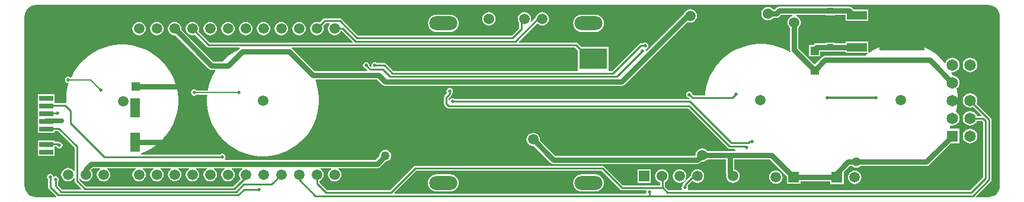
<source format=gbl>
G04*
G04 #@! TF.GenerationSoftware,Altium Limited,Altium Designer,18.1.9 (240)*
G04*
G04 Layer_Physical_Order=2*
G04 Layer_Color=16711680*
%FSAX25Y25*%
%MOIN*%
G70*
G01*
G75*
%ADD14C,0.01000*%
%ADD17R,0.03740X0.03347*%
%ADD32C,0.01200*%
%ADD33C,0.02953*%
%ADD34C,0.02500*%
%ADD35C,0.00800*%
%ADD36C,0.03000*%
%ADD37O,0.15748X0.07874*%
%ADD38C,0.05906*%
%ADD39C,0.05910*%
%ADD40C,0.06496*%
%ADD41R,0.06496X0.06496*%
%ADD42R,0.05906X0.05906*%
%ADD43C,0.05906*%
%ADD44C,0.01968*%
%ADD45C,0.05000*%
%ADD46R,0.05512X0.10630*%
%ADD47R,0.04724X0.04724*%
%ADD48R,0.10236X0.05906*%
%ADD49R,0.10236X0.03937*%
%ADD50R,0.07874X0.02756*%
%ADD51R,0.11221X0.04921*%
%ADD52R,0.25591X0.21850*%
%ADD53R,0.04724X0.04724*%
%ADD54R,0.15748X0.11811*%
G36*
X0688632Y0381815D02*
X0689882Y0381436D01*
X0691034Y0380820D01*
X0692043Y0379992D01*
X0692872Y0378982D01*
X0693487Y0377831D01*
X0693866Y0376581D01*
X0693993Y0375299D01*
X0693989Y0375281D01*
Y0280399D01*
X0693993Y0280381D01*
X0693866Y0279099D01*
X0693487Y0277849D01*
X0692872Y0276698D01*
X0692043Y0275688D01*
X0691034Y0274859D01*
X0689882Y0274244D01*
X0688632Y0273865D01*
X0687351Y0273738D01*
X0687332Y0273742D01*
X0680570D01*
X0680378Y0274204D01*
X0688837Y0282663D01*
X0689125Y0283093D01*
X0689225Y0283600D01*
Y0317501D01*
X0689125Y0318008D01*
X0688837Y0318438D01*
X0680865Y0326410D01*
X0681162Y0327126D01*
X0681301Y0328183D01*
X0681162Y0329239D01*
X0680754Y0330224D01*
X0680105Y0331070D01*
X0679260Y0331719D01*
X0678275Y0332126D01*
X0677218Y0332266D01*
X0676161Y0332126D01*
X0675177Y0331719D01*
X0674331Y0331070D01*
X0673682Y0330224D01*
X0673274Y0329239D01*
X0673135Y0328183D01*
X0673274Y0327126D01*
X0673682Y0326141D01*
X0674331Y0325296D01*
X0675177Y0324647D01*
X0676161Y0324239D01*
X0677218Y0324100D01*
X0678275Y0324239D01*
X0678991Y0324535D01*
X0683556Y0319970D01*
X0683365Y0319508D01*
X0681051D01*
X0680754Y0320224D01*
X0680105Y0321070D01*
X0679260Y0321719D01*
X0678275Y0322127D01*
X0677218Y0322266D01*
X0676161Y0322127D01*
X0675177Y0321719D01*
X0674331Y0321070D01*
X0673682Y0320224D01*
X0673274Y0319239D01*
X0673135Y0318183D01*
X0673274Y0317126D01*
X0673682Y0316141D01*
X0674331Y0315296D01*
X0675177Y0314647D01*
X0676161Y0314239D01*
X0677218Y0314100D01*
X0678275Y0314239D01*
X0679260Y0314647D01*
X0680105Y0315296D01*
X0680754Y0316141D01*
X0681051Y0316857D01*
X0683841D01*
X0684575Y0316123D01*
Y0284977D01*
X0677423Y0277825D01*
X0518629D01*
X0518362Y0278326D01*
X0518481Y0278504D01*
X0518619Y0279200D01*
X0518481Y0279896D01*
X0518276Y0280202D01*
X0521006Y0282931D01*
X0521124Y0282924D01*
X0521907Y0282322D01*
X0522820Y0281944D01*
X0523800Y0281815D01*
X0524780Y0281944D01*
X0525693Y0282322D01*
X0526476Y0282924D01*
X0527078Y0283707D01*
X0527456Y0284620D01*
X0527585Y0285600D01*
X0527456Y0286580D01*
X0527078Y0287493D01*
X0526476Y0288277D01*
X0525693Y0288878D01*
X0524780Y0289256D01*
X0523800Y0289385D01*
X0522820Y0289256D01*
X0521907Y0288878D01*
X0521124Y0288277D01*
X0520522Y0287493D01*
X0520144Y0286580D01*
X0520028Y0285703D01*
X0515863Y0281537D01*
X0515575Y0281107D01*
X0515475Y0280600D01*
Y0280428D01*
X0515119Y0279896D01*
X0514981Y0279200D01*
X0515119Y0278504D01*
X0515238Y0278326D01*
X0514971Y0277825D01*
X0507449D01*
X0505426Y0279849D01*
Y0282211D01*
X0505693Y0282322D01*
X0506476Y0282924D01*
X0507078Y0283707D01*
X0507456Y0284620D01*
X0507585Y0285600D01*
X0507456Y0286580D01*
X0507078Y0287493D01*
X0506476Y0288277D01*
X0505693Y0288878D01*
X0504780Y0289256D01*
X0503800Y0289385D01*
X0502820Y0289256D01*
X0501907Y0288878D01*
X0501124Y0288277D01*
X0500522Y0287493D01*
X0500144Y0286580D01*
X0500015Y0285600D01*
X0500144Y0284620D01*
X0500522Y0283707D01*
X0501124Y0282924D01*
X0501907Y0282322D01*
X0502774Y0281963D01*
Y0280310D01*
X0481965D01*
X0471337Y0290937D01*
X0470907Y0291225D01*
X0470400Y0291325D01*
X0365100D01*
X0364593Y0291225D01*
X0364163Y0290937D01*
X0350851Y0277625D01*
X0315395D01*
X0311026Y0281995D01*
Y0282924D01*
X0311593Y0283159D01*
X0312376Y0283760D01*
X0312978Y0284544D01*
X0313356Y0285457D01*
X0313485Y0286437D01*
X0313356Y0287417D01*
X0312978Y0288330D01*
X0312376Y0289113D01*
X0311671Y0289655D01*
X0311710Y0289957D01*
X0311806Y0290155D01*
X0317594D01*
X0317690Y0289957D01*
X0317729Y0289655D01*
X0317023Y0289113D01*
X0316422Y0288330D01*
X0316044Y0287417D01*
X0315915Y0286437D01*
X0316044Y0285457D01*
X0316422Y0284544D01*
X0317023Y0283760D01*
X0317807Y0283159D01*
X0318720Y0282781D01*
X0319700Y0282652D01*
X0320680Y0282781D01*
X0321593Y0283159D01*
X0322376Y0283760D01*
X0322978Y0284544D01*
X0323356Y0285457D01*
X0323485Y0286437D01*
X0323356Y0287417D01*
X0322978Y0288330D01*
X0322376Y0289113D01*
X0321671Y0289655D01*
X0321710Y0289957D01*
X0321806Y0290155D01*
X0343700D01*
X0344597Y0290333D01*
X0345358Y0290842D01*
X0348289Y0293773D01*
X0348300Y0293772D01*
X0349162Y0293885D01*
X0349964Y0294217D01*
X0350654Y0294746D01*
X0351183Y0295436D01*
X0351515Y0296238D01*
X0351628Y0297100D01*
X0351515Y0297961D01*
X0351183Y0298764D01*
X0350654Y0299454D01*
X0349964Y0299983D01*
X0349162Y0300315D01*
X0348300Y0300429D01*
X0347439Y0300315D01*
X0346636Y0299983D01*
X0345946Y0299454D01*
X0345417Y0298764D01*
X0345085Y0297961D01*
X0344971Y0297100D01*
X0344973Y0297089D01*
X0342729Y0294845D01*
X0258166D01*
X0257974Y0295345D01*
X0258281Y0295804D01*
X0258419Y0296500D01*
X0258281Y0297196D01*
X0257886Y0297786D01*
X0257296Y0298181D01*
X0256600Y0298319D01*
X0255904Y0298181D01*
X0255372Y0297826D01*
X0210794D01*
X0210721Y0298320D01*
X0210833Y0298354D01*
X0213692Y0299538D01*
X0216421Y0300997D01*
X0218994Y0302716D01*
X0221386Y0304679D01*
X0223574Y0306868D01*
X0225537Y0309260D01*
X0227257Y0311833D01*
X0228716Y0314562D01*
X0229900Y0317421D01*
X0230798Y0320382D01*
X0231402Y0323418D01*
X0231705Y0326497D01*
Y0329592D01*
X0231402Y0332672D01*
X0230798Y0335707D01*
X0229900Y0338668D01*
X0228716Y0341527D01*
X0227257Y0344256D01*
X0225537Y0346829D01*
X0223574Y0349221D01*
X0221386Y0351410D01*
X0218994Y0353373D01*
X0216421Y0355092D01*
X0213692Y0356551D01*
X0210833Y0357735D01*
X0207871Y0358634D01*
X0204836Y0359237D01*
X0201756Y0359541D01*
X0198662D01*
X0195582Y0359237D01*
X0192547Y0358634D01*
X0189586Y0357735D01*
X0186727Y0356551D01*
X0183997Y0355092D01*
X0181424Y0353373D01*
X0179032Y0351410D01*
X0176844Y0349221D01*
X0174881Y0346829D01*
X0173161Y0344256D01*
X0171703Y0341527D01*
X0171623Y0341334D01*
X0171522Y0341277D01*
X0171032Y0341189D01*
X0170596Y0341481D01*
X0169900Y0341619D01*
X0169204Y0341481D01*
X0168614Y0341086D01*
X0168219Y0340496D01*
X0168081Y0339800D01*
X0168219Y0339104D01*
X0168614Y0338514D01*
X0169204Y0338119D01*
X0169794Y0338002D01*
X0170189Y0337582D01*
X0169620Y0335707D01*
X0169016Y0332672D01*
X0168713Y0329592D01*
Y0327109D01*
X0168213Y0326703D01*
X0168100Y0326726D01*
X0162173D01*
Y0331647D01*
X0152699D01*
Y0327291D01*
Y0322961D01*
Y0318630D01*
Y0314299D01*
Y0309968D01*
X0162173D01*
Y0311121D01*
X0164104D01*
X0173374Y0301851D01*
Y0288634D01*
X0172874Y0288464D01*
X0172377Y0289113D01*
X0171593Y0289715D01*
X0170680Y0290093D01*
X0169700Y0290222D01*
X0168720Y0290093D01*
X0167807Y0289715D01*
X0167024Y0289113D01*
X0166422Y0288330D01*
X0166044Y0287417D01*
X0165915Y0286437D01*
X0166044Y0285457D01*
X0166422Y0284544D01*
X0167024Y0283760D01*
X0167807Y0283159D01*
X0168720Y0282781D01*
X0169700Y0282652D01*
X0170680Y0282781D01*
X0171593Y0283159D01*
X0172377Y0283760D01*
X0172874Y0284410D01*
X0173374Y0284240D01*
Y0282900D01*
X0173475Y0282393D01*
X0173763Y0281963D01*
X0177238Y0278487D01*
X0177047Y0278026D01*
X0166449D01*
X0164025Y0280449D01*
Y0282572D01*
X0164381Y0283104D01*
X0164519Y0283800D01*
X0164381Y0284496D01*
X0163986Y0285086D01*
X0163396Y0285481D01*
X0162700Y0285619D01*
X0162004Y0285481D01*
X0161883Y0285400D01*
X0161421Y0285592D01*
X0161381Y0285796D01*
X0160986Y0286386D01*
X0160396Y0286781D01*
X0159700Y0286919D01*
X0159004Y0286781D01*
X0158414Y0286386D01*
X0158019Y0285796D01*
X0157881Y0285100D01*
X0158019Y0284404D01*
X0158375Y0283872D01*
Y0279500D01*
X0158475Y0278993D01*
X0158763Y0278563D01*
X0163083Y0274242D01*
X0162876Y0273742D01*
X0151899D01*
X0151881Y0273738D01*
X0150599Y0273865D01*
X0149349Y0274244D01*
X0148198Y0274859D01*
X0147188Y0275688D01*
X0146359Y0276698D01*
X0145744Y0277849D01*
X0145365Y0279099D01*
X0145238Y0280381D01*
X0145242Y0280399D01*
Y0375281D01*
X0145238Y0375299D01*
X0145365Y0376581D01*
X0145744Y0377831D01*
X0146359Y0378982D01*
X0147188Y0379992D01*
X0148198Y0380820D01*
X0149349Y0381436D01*
X0150599Y0381815D01*
X0151881Y0381942D01*
X0151899Y0381938D01*
X0687332D01*
X0687351Y0381942D01*
X0688632Y0381815D01*
D02*
G37*
G36*
X0267690Y0289957D02*
X0267729Y0289655D01*
X0267023Y0289113D01*
X0266422Y0288330D01*
X0266044Y0287417D01*
X0265915Y0286437D01*
X0266044Y0285457D01*
X0266422Y0284544D01*
X0266790Y0284065D01*
X0262551Y0279825D01*
X0179649D01*
X0176025Y0283449D01*
Y0284240D01*
X0176525Y0284410D01*
X0177023Y0283760D01*
X0177807Y0283159D01*
X0178720Y0282781D01*
X0179700Y0282652D01*
X0180680Y0282781D01*
X0181593Y0283159D01*
X0182377Y0283760D01*
X0182978Y0284544D01*
X0183356Y0285457D01*
X0183485Y0286437D01*
X0183356Y0287417D01*
X0182978Y0288330D01*
X0182515Y0288933D01*
X0183737Y0290155D01*
X0187594D01*
X0187690Y0289957D01*
X0187729Y0289655D01*
X0187023Y0289113D01*
X0186422Y0288330D01*
X0186044Y0287417D01*
X0185915Y0286437D01*
X0186044Y0285457D01*
X0186422Y0284544D01*
X0187023Y0283760D01*
X0187807Y0283159D01*
X0188720Y0282781D01*
X0189700Y0282652D01*
X0190680Y0282781D01*
X0191593Y0283159D01*
X0192376Y0283760D01*
X0192978Y0284544D01*
X0193356Y0285457D01*
X0193485Y0286437D01*
X0193356Y0287417D01*
X0192978Y0288330D01*
X0192376Y0289113D01*
X0191671Y0289655D01*
X0191710Y0289957D01*
X0191806Y0290155D01*
X0207594D01*
X0207690Y0289957D01*
X0207729Y0289655D01*
X0207024Y0289113D01*
X0206422Y0288330D01*
X0206044Y0287417D01*
X0205915Y0286437D01*
X0206044Y0285457D01*
X0206422Y0284544D01*
X0207024Y0283760D01*
X0207807Y0283159D01*
X0208720Y0282781D01*
X0209700Y0282652D01*
X0210680Y0282781D01*
X0211593Y0283159D01*
X0212376Y0283760D01*
X0212978Y0284544D01*
X0213356Y0285457D01*
X0213485Y0286437D01*
X0213356Y0287417D01*
X0212978Y0288330D01*
X0212376Y0289113D01*
X0211671Y0289655D01*
X0211710Y0289957D01*
X0211806Y0290155D01*
X0217594D01*
X0217690Y0289957D01*
X0217729Y0289655D01*
X0217023Y0289113D01*
X0216422Y0288330D01*
X0216044Y0287417D01*
X0215915Y0286437D01*
X0216044Y0285457D01*
X0216422Y0284544D01*
X0217023Y0283760D01*
X0217807Y0283159D01*
X0218720Y0282781D01*
X0219700Y0282652D01*
X0220680Y0282781D01*
X0221593Y0283159D01*
X0222376Y0283760D01*
X0222978Y0284544D01*
X0223356Y0285457D01*
X0223485Y0286437D01*
X0223356Y0287417D01*
X0222978Y0288330D01*
X0222376Y0289113D01*
X0221671Y0289655D01*
X0221710Y0289957D01*
X0221806Y0290155D01*
X0227518D01*
X0227678Y0289655D01*
X0227024Y0289153D01*
X0226422Y0288369D01*
X0226044Y0287456D01*
X0225915Y0286476D01*
X0226044Y0285497D01*
X0226422Y0284584D01*
X0227024Y0283800D01*
X0227807Y0283198D01*
X0228720Y0282820D01*
X0229700Y0282691D01*
X0230680Y0282820D01*
X0231593Y0283198D01*
X0232377Y0283800D01*
X0232978Y0284584D01*
X0233356Y0285497D01*
X0233485Y0286476D01*
X0233356Y0287456D01*
X0232978Y0288369D01*
X0232377Y0289153D01*
X0231722Y0289655D01*
X0231883Y0290155D01*
X0237594D01*
X0237690Y0289957D01*
X0237729Y0289655D01*
X0237023Y0289113D01*
X0236422Y0288330D01*
X0236044Y0287417D01*
X0235915Y0286437D01*
X0236044Y0285457D01*
X0236422Y0284544D01*
X0237023Y0283760D01*
X0237807Y0283159D01*
X0238720Y0282781D01*
X0239700Y0282652D01*
X0240680Y0282781D01*
X0241593Y0283159D01*
X0242376Y0283760D01*
X0242978Y0284544D01*
X0243356Y0285457D01*
X0243485Y0286437D01*
X0243356Y0287417D01*
X0242978Y0288330D01*
X0242376Y0289113D01*
X0241671Y0289655D01*
X0241710Y0289957D01*
X0241806Y0290155D01*
X0247594D01*
X0247690Y0289957D01*
X0247729Y0289655D01*
X0247024Y0289113D01*
X0246422Y0288330D01*
X0246044Y0287417D01*
X0245915Y0286437D01*
X0246044Y0285457D01*
X0246422Y0284544D01*
X0247024Y0283760D01*
X0247807Y0283159D01*
X0248720Y0282781D01*
X0249700Y0282652D01*
X0250680Y0282781D01*
X0251593Y0283159D01*
X0252377Y0283760D01*
X0252978Y0284544D01*
X0253356Y0285457D01*
X0253485Y0286437D01*
X0253356Y0287417D01*
X0252978Y0288330D01*
X0252377Y0289113D01*
X0251671Y0289655D01*
X0251710Y0289957D01*
X0251806Y0290155D01*
X0257594D01*
X0257690Y0289957D01*
X0257729Y0289655D01*
X0257024Y0289113D01*
X0256422Y0288330D01*
X0256044Y0287417D01*
X0255915Y0286437D01*
X0256044Y0285457D01*
X0256422Y0284544D01*
X0257024Y0283760D01*
X0257807Y0283159D01*
X0258720Y0282781D01*
X0259700Y0282652D01*
X0260680Y0282781D01*
X0261593Y0283159D01*
X0262376Y0283760D01*
X0262978Y0284544D01*
X0263356Y0285457D01*
X0263485Y0286437D01*
X0263356Y0287417D01*
X0262978Y0288330D01*
X0262376Y0289113D01*
X0261671Y0289655D01*
X0261710Y0289957D01*
X0261806Y0290155D01*
X0267594D01*
X0267690Y0289957D01*
D02*
G37*
G36*
X0480478Y0278047D02*
X0480908Y0277760D01*
X0481416Y0277659D01*
X0494739D01*
X0495072Y0277159D01*
X0494981Y0276700D01*
X0495055Y0276325D01*
X0494683Y0275826D01*
X0353453D01*
X0353262Y0276287D01*
X0365649Y0288674D01*
X0469851D01*
X0480478Y0278047D01*
D02*
G37*
%LPC*%
G36*
X0601270Y0381023D02*
X0595930D01*
Y0380895D01*
X0569850D01*
X0569850Y0380895D01*
X0568952Y0380716D01*
X0568191Y0380208D01*
X0568191Y0380208D01*
X0567329Y0379345D01*
X0566431D01*
X0566177Y0379677D01*
X0565393Y0380278D01*
X0564480Y0380656D01*
X0563500Y0380785D01*
X0562520Y0380656D01*
X0561607Y0380278D01*
X0560823Y0379677D01*
X0560222Y0378893D01*
X0559844Y0377980D01*
X0559715Y0377000D01*
X0559844Y0376020D01*
X0560222Y0375107D01*
X0560823Y0374324D01*
X0561607Y0373722D01*
X0562520Y0373344D01*
X0563500Y0373215D01*
X0564480Y0373344D01*
X0565393Y0373722D01*
X0566177Y0374324D01*
X0566431Y0374655D01*
X0568300D01*
X0569197Y0374833D01*
X0569958Y0375342D01*
X0570821Y0376204D01*
X0577096D01*
X0577196Y0375705D01*
X0576407Y0375378D01*
X0575624Y0374777D01*
X0575022Y0373993D01*
X0574644Y0373080D01*
X0574515Y0372100D01*
X0574644Y0371120D01*
X0575022Y0370207D01*
X0575624Y0369424D01*
X0575955Y0369169D01*
Y0356588D01*
X0576101Y0355852D01*
X0575687Y0355527D01*
X0575659Y0355546D01*
X0572929Y0357005D01*
X0570071Y0358189D01*
X0567109Y0359088D01*
X0564074Y0359691D01*
X0560994Y0359995D01*
X0557900D01*
X0554820Y0359691D01*
X0551785Y0359088D01*
X0548823Y0358189D01*
X0545964Y0357005D01*
X0543235Y0355546D01*
X0540662Y0353827D01*
X0538270Y0351864D01*
X0536082Y0349675D01*
X0534119Y0347283D01*
X0532399Y0344710D01*
X0530940Y0341981D01*
X0529756Y0339122D01*
X0528858Y0336161D01*
X0528254Y0333126D01*
X0528038Y0330925D01*
X0521749D01*
X0521105Y0331569D01*
X0520981Y0332196D01*
X0520586Y0332786D01*
X0519996Y0333181D01*
X0519300Y0333319D01*
X0518604Y0333181D01*
X0518014Y0332786D01*
X0517619Y0332196D01*
X0517481Y0331500D01*
X0517619Y0330804D01*
X0518014Y0330214D01*
X0518604Y0329819D01*
X0519231Y0329695D01*
X0519512Y0329413D01*
X0519487Y0329263D01*
X0519293Y0328925D01*
X0387328D01*
X0386796Y0329281D01*
X0386100Y0329419D01*
X0385404Y0329281D01*
X0384814Y0328886D01*
X0384419Y0328296D01*
X0383926Y0328377D01*
Y0329451D01*
X0385337Y0330863D01*
X0385625Y0331293D01*
X0385725Y0331800D01*
Y0332172D01*
X0386081Y0332704D01*
X0386219Y0333400D01*
X0386081Y0334096D01*
X0385686Y0334686D01*
X0385096Y0335081D01*
X0384400Y0335219D01*
X0383704Y0335081D01*
X0383114Y0334686D01*
X0382719Y0334096D01*
X0382581Y0333400D01*
X0382719Y0332704D01*
X0383004Y0332278D01*
X0381663Y0330937D01*
X0381375Y0330507D01*
X0381275Y0330000D01*
Y0326200D01*
X0381375Y0325693D01*
X0381663Y0325263D01*
X0382963Y0323963D01*
X0383393Y0323675D01*
X0383900Y0323574D01*
X0518751D01*
X0540978Y0301347D01*
X0541408Y0301060D01*
X0541916Y0300959D01*
X0544156D01*
X0545349Y0300321D01*
X0545224Y0299821D01*
X0529449D01*
X0529177Y0300177D01*
X0528393Y0300778D01*
X0527480Y0301156D01*
X0526500Y0301285D01*
X0525520Y0301156D01*
X0524607Y0300778D01*
X0523823Y0300177D01*
X0523222Y0299393D01*
X0522844Y0298480D01*
X0522715Y0297500D01*
X0522274Y0297021D01*
X0443861D01*
X0435127Y0305756D01*
X0435185Y0306200D01*
X0435056Y0307180D01*
X0434678Y0308093D01*
X0434076Y0308876D01*
X0433293Y0309478D01*
X0432380Y0309856D01*
X0431400Y0309985D01*
X0430420Y0309856D01*
X0429507Y0309478D01*
X0428723Y0308876D01*
X0428122Y0308093D01*
X0427744Y0307180D01*
X0427615Y0306200D01*
X0427744Y0305220D01*
X0428122Y0304307D01*
X0428723Y0303523D01*
X0429507Y0302922D01*
X0430420Y0302544D01*
X0431400Y0302415D01*
X0431844Y0302473D01*
X0441259Y0293059D01*
X0442012Y0292556D01*
X0442900Y0292379D01*
X0523700D01*
X0524588Y0292556D01*
X0525341Y0293059D01*
X0526056Y0293773D01*
X0526500Y0293715D01*
X0527480Y0293844D01*
X0528393Y0294222D01*
X0529177Y0294824D01*
X0529449Y0295179D01*
X0539879D01*
Y0287200D01*
X0540056Y0286312D01*
X0540100Y0286246D01*
X0540015Y0285600D01*
X0540144Y0284620D01*
X0540522Y0283707D01*
X0541123Y0282924D01*
X0541907Y0282322D01*
X0542820Y0281944D01*
X0543800Y0281815D01*
X0544780Y0281944D01*
X0545693Y0282322D01*
X0546477Y0282924D01*
X0547078Y0283707D01*
X0547456Y0284620D01*
X0547585Y0285600D01*
X0547456Y0286580D01*
X0547078Y0287493D01*
X0546477Y0288277D01*
X0545693Y0288878D01*
X0544780Y0289256D01*
X0544521Y0289290D01*
Y0295179D01*
X0564539D01*
X0574247Y0285470D01*
Y0281247D01*
X0581753D01*
Y0282679D01*
X0598547D01*
Y0281147D01*
X0606053D01*
Y0287770D01*
X0609561Y0291279D01*
X0610821D01*
X0610846Y0291246D01*
X0611536Y0290718D01*
X0612338Y0290385D01*
X0613200Y0290271D01*
X0614061Y0290385D01*
X0614864Y0290718D01*
X0615554Y0291246D01*
X0615579Y0291279D01*
X0652635D01*
X0653524Y0291456D01*
X0654277Y0291959D01*
X0666452Y0304135D01*
X0671266D01*
Y0312231D01*
X0665673D01*
X0665438Y0312672D01*
X0665688Y0313045D01*
X0666315Y0314219D01*
X0667218Y0314100D01*
X0668275Y0314239D01*
X0669260Y0314647D01*
X0670105Y0315296D01*
X0670754Y0316141D01*
X0671162Y0317126D01*
X0671301Y0318183D01*
X0671162Y0319239D01*
X0670754Y0320224D01*
X0670105Y0321070D01*
X0669260Y0321719D01*
X0669254Y0321721D01*
X0669833Y0324630D01*
X0670136Y0327710D01*
Y0330804D01*
X0669833Y0333884D01*
X0669625Y0334927D01*
X0670105Y0335296D01*
X0670754Y0336141D01*
X0671162Y0337126D01*
X0671301Y0338183D01*
X0671162Y0339239D01*
X0670754Y0340224D01*
X0670105Y0341070D01*
X0669260Y0341719D01*
X0668275Y0342126D01*
X0667350Y0342248D01*
X0667146Y0342740D01*
X0666617Y0343730D01*
X0666901Y0344141D01*
X0667218Y0344100D01*
X0668275Y0344239D01*
X0669260Y0344647D01*
X0670105Y0345296D01*
X0670754Y0346141D01*
X0671162Y0347126D01*
X0671301Y0348183D01*
X0671162Y0349239D01*
X0670754Y0350224D01*
X0670105Y0351070D01*
X0669260Y0351719D01*
X0668275Y0352127D01*
X0667218Y0352266D01*
X0666161Y0352127D01*
X0665177Y0351719D01*
X0664331Y0351070D01*
X0663682Y0350224D01*
X0663394Y0349529D01*
X0662818Y0349444D01*
X0662005Y0350434D01*
X0659817Y0352622D01*
X0657425Y0354586D01*
X0654852Y0356305D01*
X0652122Y0357764D01*
X0649263Y0358948D01*
X0646302Y0359846D01*
X0643267Y0360450D01*
X0640187Y0360753D01*
X0637093D01*
X0634013Y0360450D01*
X0630978Y0359846D01*
X0628016Y0358948D01*
X0625157Y0357764D01*
X0622428Y0356305D01*
X0620453Y0354985D01*
X0619953Y0355252D01*
Y0361445D01*
X0607132D01*
Y0360529D01*
X0601170D01*
Y0360724D01*
X0595830D01*
Y0360529D01*
X0590796D01*
X0589899Y0360351D01*
X0589138Y0359842D01*
X0588754Y0359458D01*
X0588630Y0359274D01*
X0586638D01*
Y0352950D01*
X0592962D01*
Y0355839D01*
X0595830D01*
Y0355777D01*
X0601170D01*
Y0355839D01*
X0607132D01*
Y0354924D01*
X0619479D01*
X0619658Y0354424D01*
X0618222Y0353245D01*
X0595612D01*
X0594714Y0353067D01*
X0593954Y0352558D01*
X0589800Y0348405D01*
X0580645Y0357559D01*
Y0369169D01*
X0580976Y0369424D01*
X0581578Y0370207D01*
X0581956Y0371120D01*
X0582085Y0372100D01*
X0581956Y0373080D01*
X0581578Y0373993D01*
X0580976Y0374777D01*
X0580193Y0375378D01*
X0579404Y0375705D01*
X0579504Y0376204D01*
X0595930D01*
Y0376076D01*
X0601270D01*
Y0376204D01*
X0607132D01*
Y0372876D01*
X0619953D01*
Y0379398D01*
X0611719D01*
X0610909Y0380208D01*
X0610148Y0380716D01*
X0609250Y0380895D01*
X0601270D01*
Y0381023D01*
D02*
G37*
G36*
X0406535Y0377955D02*
X0405555Y0377826D01*
X0404642Y0377448D01*
X0403858Y0376847D01*
X0403257Y0376063D01*
X0402879Y0375150D01*
X0402749Y0374170D01*
X0402879Y0373190D01*
X0403257Y0372277D01*
X0403858Y0371494D01*
X0404642Y0370892D01*
X0405555Y0370514D01*
X0406535Y0370385D01*
X0407514Y0370514D01*
X0408427Y0370892D01*
X0409211Y0371494D01*
X0409813Y0372277D01*
X0410191Y0373190D01*
X0410320Y0374170D01*
X0410191Y0375150D01*
X0409813Y0376063D01*
X0409211Y0376847D01*
X0408427Y0377448D01*
X0407514Y0377826D01*
X0406535Y0377955D01*
D02*
G37*
G36*
X0519700Y0379585D02*
X0518720Y0379456D01*
X0517807Y0379078D01*
X0517024Y0378477D01*
X0516422Y0377693D01*
X0516172Y0377088D01*
X0495192Y0356108D01*
X0494679Y0356302D01*
X0494609Y0356651D01*
X0494581Y0356796D01*
X0494922Y0357185D01*
X0495096Y0357219D01*
X0495686Y0357614D01*
X0496081Y0358204D01*
X0496219Y0358900D01*
X0496081Y0359596D01*
X0495686Y0360186D01*
X0495096Y0360581D01*
X0494400Y0360719D01*
X0493704Y0360581D01*
X0493172Y0360226D01*
X0491800D01*
X0491293Y0360125D01*
X0490863Y0359837D01*
X0475751Y0344725D01*
X0474176D01*
X0473890Y0345107D01*
Y0358518D01*
X0458256D01*
X0456437Y0360337D01*
X0456007Y0360625D01*
X0455500Y0360725D01*
X0423257D01*
X0423066Y0361187D01*
X0433403Y0371525D01*
X0433896Y0371492D01*
X0434680Y0370890D01*
X0435594Y0370512D01*
X0436574Y0370383D01*
X0437554Y0370512D01*
X0438468Y0370890D01*
X0439252Y0371492D01*
X0439854Y0372276D01*
X0440232Y0373190D01*
X0440361Y0374170D01*
X0440232Y0375150D01*
X0439854Y0376064D01*
X0439252Y0376848D01*
X0438468Y0377450D01*
X0437554Y0377828D01*
X0436574Y0377957D01*
X0435594Y0377828D01*
X0434680Y0377450D01*
X0433896Y0376848D01*
X0433294Y0376064D01*
X0432916Y0375150D01*
X0432861Y0374731D01*
X0430348Y0372218D01*
X0429924Y0372502D01*
X0430193Y0373150D01*
X0430322Y0374131D01*
X0430193Y0375111D01*
X0429814Y0376024D01*
X0429213Y0376809D01*
X0428428Y0377411D01*
X0427515Y0377789D01*
X0426535Y0377918D01*
X0425555Y0377789D01*
X0424641Y0377411D01*
X0423857Y0376809D01*
X0423255Y0376024D01*
X0422877Y0375111D01*
X0422748Y0374131D01*
X0422877Y0373150D01*
X0423255Y0372237D01*
X0423509Y0371906D01*
Y0368829D01*
X0419405Y0364725D01*
X0332849D01*
X0323622Y0373953D01*
X0323191Y0374240D01*
X0322684Y0374341D01*
X0314153D01*
X0313646Y0374240D01*
X0313215Y0373953D01*
X0311247Y0371984D01*
X0310680Y0372219D01*
X0309700Y0372348D01*
X0308720Y0372219D01*
X0307807Y0371841D01*
X0307024Y0371239D01*
X0306422Y0370456D01*
X0306044Y0369543D01*
X0305915Y0368563D01*
X0306044Y0367583D01*
X0306422Y0366670D01*
X0307024Y0365886D01*
X0307807Y0365285D01*
X0308720Y0364907D01*
X0309700Y0364778D01*
X0310680Y0364907D01*
X0311593Y0365285D01*
X0312376Y0365886D01*
X0312978Y0366670D01*
X0313356Y0367583D01*
X0313485Y0368563D01*
X0313356Y0369543D01*
X0313121Y0370110D01*
X0314702Y0371690D01*
X0316870D01*
X0316897Y0371613D01*
X0316986Y0371190D01*
X0316422Y0370456D01*
X0316044Y0369543D01*
X0315915Y0368563D01*
X0316044Y0367583D01*
X0316422Y0366670D01*
X0317023Y0365886D01*
X0317807Y0365285D01*
X0318720Y0364907D01*
X0319700Y0364778D01*
X0320680Y0364907D01*
X0321593Y0365285D01*
X0322376Y0365886D01*
X0322978Y0366670D01*
X0323213Y0367237D01*
X0323760D01*
X0329810Y0361187D01*
X0329618Y0360725D01*
X0249412D01*
X0243121Y0367016D01*
X0243356Y0367583D01*
X0243485Y0368563D01*
X0243356Y0369543D01*
X0242978Y0370456D01*
X0242376Y0371239D01*
X0241593Y0371841D01*
X0240680Y0372219D01*
X0239700Y0372348D01*
X0238720Y0372219D01*
X0237807Y0371841D01*
X0237023Y0371239D01*
X0236422Y0370456D01*
X0236044Y0369543D01*
X0235915Y0368563D01*
X0236044Y0367583D01*
X0236422Y0366670D01*
X0237023Y0365886D01*
X0237807Y0365285D01*
X0238720Y0364907D01*
X0239700Y0364778D01*
X0240680Y0364907D01*
X0241247Y0365142D01*
X0247926Y0358463D01*
X0248356Y0358175D01*
X0248863Y0358074D01*
X0266314D01*
X0266465Y0357575D01*
X0266142Y0357358D01*
X0266142Y0357358D01*
X0265102Y0356318D01*
X0263187Y0355295D01*
X0260614Y0353575D01*
X0258222Y0351612D01*
X0256623Y0350014D01*
X0251566D01*
X0233431Y0368149D01*
X0233485Y0368563D01*
X0233356Y0369543D01*
X0232978Y0370456D01*
X0232377Y0371239D01*
X0231593Y0371841D01*
X0230680Y0372219D01*
X0229700Y0372348D01*
X0228720Y0372219D01*
X0227807Y0371841D01*
X0227024Y0371239D01*
X0226422Y0370456D01*
X0226044Y0369543D01*
X0225915Y0368563D01*
X0226044Y0367583D01*
X0226422Y0366670D01*
X0227024Y0365886D01*
X0227807Y0365285D01*
X0228720Y0364907D01*
X0229700Y0364778D01*
X0230114Y0364832D01*
X0248936Y0346011D01*
X0249697Y0345502D01*
X0250594Y0345324D01*
X0252399D01*
X0252634Y0344883D01*
X0252351Y0344459D01*
X0250892Y0341729D01*
X0249708Y0338871D01*
X0248810Y0335909D01*
X0248395Y0333823D01*
X0242028D01*
X0241986Y0333886D01*
X0241396Y0334281D01*
X0240700Y0334419D01*
X0240004Y0334281D01*
X0239414Y0333886D01*
X0239019Y0333296D01*
X0238881Y0332600D01*
X0239019Y0331904D01*
X0239414Y0331314D01*
X0240004Y0330919D01*
X0240700Y0330781D01*
X0241396Y0330919D01*
X0241986Y0331314D01*
X0242028Y0331377D01*
X0247686D01*
X0248022Y0331006D01*
X0247902Y0329794D01*
Y0326700D01*
X0248206Y0323620D01*
X0248810Y0320585D01*
X0249708Y0317623D01*
X0250892Y0314764D01*
X0252351Y0312035D01*
X0254070Y0309462D01*
X0256033Y0307070D01*
X0258222Y0304882D01*
X0260614Y0302919D01*
X0263187Y0301199D01*
X0265916Y0299741D01*
X0268775Y0298556D01*
X0271736Y0297658D01*
X0274772Y0297054D01*
X0277851Y0296751D01*
X0280946D01*
X0284026Y0297054D01*
X0287061Y0297658D01*
X0290022Y0298556D01*
X0292881Y0299741D01*
X0295610Y0301199D01*
X0298183Y0302919D01*
X0300575Y0304882D01*
X0302764Y0307070D01*
X0304727Y0309462D01*
X0306446Y0312035D01*
X0307905Y0314764D01*
X0309089Y0317623D01*
X0309988Y0320585D01*
X0310591Y0323620D01*
X0310895Y0326700D01*
Y0329794D01*
X0310591Y0332874D01*
X0309988Y0335909D01*
X0309089Y0338871D01*
X0308761Y0339662D01*
X0309039Y0340078D01*
X0343507D01*
X0346443Y0337142D01*
X0347204Y0336633D01*
X0348102Y0336455D01*
X0481200D01*
X0482097Y0336633D01*
X0482858Y0337142D01*
X0518112Y0372396D01*
X0518720Y0372144D01*
X0519700Y0372015D01*
X0520680Y0372144D01*
X0521593Y0372522D01*
X0522376Y0373124D01*
X0522978Y0373907D01*
X0523356Y0374820D01*
X0523485Y0375800D01*
X0523356Y0376780D01*
X0522978Y0377693D01*
X0522376Y0378477D01*
X0521593Y0379078D01*
X0520680Y0379456D01*
X0519700Y0379585D01*
D02*
G37*
G36*
X0466448Y0376374D02*
X0458748D01*
X0457495Y0376209D01*
X0456327Y0375725D01*
X0455324Y0374956D01*
X0455301Y0374925D01*
X0455282Y0374911D01*
X0454523Y0373921D01*
X0454046Y0372769D01*
X0453883Y0371532D01*
X0454046Y0370296D01*
X0454523Y0369143D01*
X0455282Y0368154D01*
X0455301Y0368140D01*
X0455324Y0368109D01*
X0456327Y0367339D01*
X0457495Y0366856D01*
X0458748Y0366691D01*
X0466448D01*
X0467701Y0366856D01*
X0468868Y0367339D01*
X0469871Y0368109D01*
X0469895Y0368140D01*
X0469913Y0368154D01*
X0470672Y0369143D01*
X0471150Y0370296D01*
X0471313Y0371532D01*
X0471150Y0372769D01*
X0470672Y0373921D01*
X0469913Y0374911D01*
X0469895Y0374925D01*
X0469871Y0374956D01*
X0468868Y0375725D01*
X0467701Y0376209D01*
X0466448Y0376374D01*
D02*
G37*
G36*
X0384755D02*
X0377055D01*
X0375802Y0376209D01*
X0374634Y0375725D01*
X0373631Y0374956D01*
X0373608Y0374925D01*
X0373589Y0374911D01*
X0372830Y0373921D01*
X0372353Y0372769D01*
X0372190Y0371532D01*
X0372353Y0370296D01*
X0372830Y0369143D01*
X0373589Y0368154D01*
X0373608Y0368140D01*
X0373631Y0368109D01*
X0374634Y0367339D01*
X0375802Y0366856D01*
X0377055Y0366691D01*
X0384755D01*
X0386008Y0366856D01*
X0387175Y0367339D01*
X0388178Y0368109D01*
X0388202Y0368140D01*
X0388220Y0368154D01*
X0388980Y0369143D01*
X0389457Y0370296D01*
X0389620Y0371532D01*
X0389457Y0372769D01*
X0388980Y0373921D01*
X0388220Y0374911D01*
X0388202Y0374925D01*
X0388178Y0374956D01*
X0387175Y0375725D01*
X0386008Y0376209D01*
X0384755Y0376374D01*
D02*
G37*
G36*
X0299700Y0372348D02*
X0298720Y0372219D01*
X0297807Y0371841D01*
X0297024Y0371239D01*
X0296422Y0370456D01*
X0296044Y0369543D01*
X0295915Y0368563D01*
X0296044Y0367583D01*
X0296422Y0366670D01*
X0297024Y0365886D01*
X0297807Y0365285D01*
X0298720Y0364907D01*
X0299700Y0364778D01*
X0300680Y0364907D01*
X0301593Y0365285D01*
X0302377Y0365886D01*
X0302978Y0366670D01*
X0303356Y0367583D01*
X0303485Y0368563D01*
X0303356Y0369543D01*
X0302978Y0370456D01*
X0302377Y0371239D01*
X0301593Y0371841D01*
X0300680Y0372219D01*
X0299700Y0372348D01*
D02*
G37*
G36*
X0289700D02*
X0288720Y0372219D01*
X0287807Y0371841D01*
X0287023Y0371239D01*
X0286422Y0370456D01*
X0286044Y0369543D01*
X0285915Y0368563D01*
X0286044Y0367583D01*
X0286422Y0366670D01*
X0287023Y0365886D01*
X0287807Y0365285D01*
X0288720Y0364907D01*
X0289700Y0364778D01*
X0290680Y0364907D01*
X0291593Y0365285D01*
X0292376Y0365886D01*
X0292978Y0366670D01*
X0293356Y0367583D01*
X0293485Y0368563D01*
X0293356Y0369543D01*
X0292978Y0370456D01*
X0292376Y0371239D01*
X0291593Y0371841D01*
X0290680Y0372219D01*
X0289700Y0372348D01*
D02*
G37*
G36*
X0279700D02*
X0278720Y0372219D01*
X0277807Y0371841D01*
X0277024Y0371239D01*
X0276422Y0370456D01*
X0276044Y0369543D01*
X0275915Y0368563D01*
X0276044Y0367583D01*
X0276422Y0366670D01*
X0277024Y0365886D01*
X0277807Y0365285D01*
X0278720Y0364907D01*
X0279700Y0364778D01*
X0280680Y0364907D01*
X0281593Y0365285D01*
X0282377Y0365886D01*
X0282978Y0366670D01*
X0283356Y0367583D01*
X0283485Y0368563D01*
X0283356Y0369543D01*
X0282978Y0370456D01*
X0282377Y0371239D01*
X0281593Y0371841D01*
X0280680Y0372219D01*
X0279700Y0372348D01*
D02*
G37*
G36*
X0269700D02*
X0268720Y0372219D01*
X0267807Y0371841D01*
X0267023Y0371239D01*
X0266422Y0370456D01*
X0266044Y0369543D01*
X0265915Y0368563D01*
X0266044Y0367583D01*
X0266422Y0366670D01*
X0267023Y0365886D01*
X0267807Y0365285D01*
X0268720Y0364907D01*
X0269700Y0364778D01*
X0270680Y0364907D01*
X0271593Y0365285D01*
X0272376Y0365886D01*
X0272978Y0366670D01*
X0273356Y0367583D01*
X0273485Y0368563D01*
X0273356Y0369543D01*
X0272978Y0370456D01*
X0272376Y0371239D01*
X0271593Y0371841D01*
X0270680Y0372219D01*
X0269700Y0372348D01*
D02*
G37*
G36*
X0259700D02*
X0258720Y0372219D01*
X0257807Y0371841D01*
X0257024Y0371239D01*
X0256422Y0370456D01*
X0256044Y0369543D01*
X0255915Y0368563D01*
X0256044Y0367583D01*
X0256422Y0366670D01*
X0257024Y0365886D01*
X0257807Y0365285D01*
X0258720Y0364907D01*
X0259700Y0364778D01*
X0260680Y0364907D01*
X0261593Y0365285D01*
X0262376Y0365886D01*
X0262978Y0366670D01*
X0263356Y0367583D01*
X0263485Y0368563D01*
X0263356Y0369543D01*
X0262978Y0370456D01*
X0262376Y0371239D01*
X0261593Y0371841D01*
X0260680Y0372219D01*
X0259700Y0372348D01*
D02*
G37*
G36*
X0249700D02*
X0248720Y0372219D01*
X0247807Y0371841D01*
X0247024Y0371239D01*
X0246422Y0370456D01*
X0246044Y0369543D01*
X0245915Y0368563D01*
X0246044Y0367583D01*
X0246422Y0366670D01*
X0247024Y0365886D01*
X0247807Y0365285D01*
X0248720Y0364907D01*
X0249700Y0364778D01*
X0250680Y0364907D01*
X0251593Y0365285D01*
X0252377Y0365886D01*
X0252978Y0366670D01*
X0253356Y0367583D01*
X0253485Y0368563D01*
X0253356Y0369543D01*
X0252978Y0370456D01*
X0252377Y0371239D01*
X0251593Y0371841D01*
X0250680Y0372219D01*
X0249700Y0372348D01*
D02*
G37*
G36*
X0219700D02*
X0218720Y0372219D01*
X0217807Y0371841D01*
X0217023Y0371239D01*
X0216422Y0370456D01*
X0216044Y0369543D01*
X0215915Y0368563D01*
X0216044Y0367583D01*
X0216422Y0366670D01*
X0217023Y0365886D01*
X0217807Y0365285D01*
X0218720Y0364907D01*
X0219700Y0364778D01*
X0220680Y0364907D01*
X0221593Y0365285D01*
X0222376Y0365886D01*
X0222978Y0366670D01*
X0223356Y0367583D01*
X0223485Y0368563D01*
X0223356Y0369543D01*
X0222978Y0370456D01*
X0222376Y0371239D01*
X0221593Y0371841D01*
X0220680Y0372219D01*
X0219700Y0372348D01*
D02*
G37*
G36*
X0209700D02*
X0208720Y0372219D01*
X0207807Y0371841D01*
X0207024Y0371239D01*
X0206422Y0370456D01*
X0206044Y0369543D01*
X0205915Y0368563D01*
X0206044Y0367583D01*
X0206422Y0366670D01*
X0207024Y0365886D01*
X0207807Y0365285D01*
X0208720Y0364907D01*
X0209700Y0364778D01*
X0210680Y0364907D01*
X0211593Y0365285D01*
X0212376Y0365886D01*
X0212978Y0366670D01*
X0213356Y0367583D01*
X0213485Y0368563D01*
X0213356Y0369543D01*
X0212978Y0370456D01*
X0212376Y0371239D01*
X0211593Y0371841D01*
X0210680Y0372219D01*
X0209700Y0372348D01*
D02*
G37*
G36*
X0677218Y0352266D02*
X0676161Y0352127D01*
X0675177Y0351719D01*
X0674331Y0351070D01*
X0673682Y0350224D01*
X0673274Y0349239D01*
X0673135Y0348183D01*
X0673274Y0347126D01*
X0673682Y0346141D01*
X0674331Y0345296D01*
X0675177Y0344647D01*
X0676161Y0344239D01*
X0677218Y0344100D01*
X0678275Y0344239D01*
X0679260Y0344647D01*
X0680105Y0345296D01*
X0680754Y0346141D01*
X0681162Y0347126D01*
X0681301Y0348183D01*
X0681162Y0349239D01*
X0680754Y0350224D01*
X0680105Y0351070D01*
X0679260Y0351719D01*
X0678275Y0352127D01*
X0677218Y0352266D01*
D02*
G37*
G36*
Y0312266D02*
X0676161Y0312126D01*
X0675177Y0311719D01*
X0674331Y0311070D01*
X0673682Y0310224D01*
X0673274Y0309239D01*
X0673135Y0308183D01*
X0673274Y0307126D01*
X0673682Y0306141D01*
X0674331Y0305296D01*
X0675177Y0304647D01*
X0676161Y0304239D01*
X0677218Y0304100D01*
X0678275Y0304239D01*
X0679260Y0304647D01*
X0680105Y0305296D01*
X0680754Y0306141D01*
X0681162Y0307126D01*
X0681301Y0308183D01*
X0681162Y0309239D01*
X0680754Y0310224D01*
X0680105Y0311070D01*
X0679260Y0311719D01*
X0678275Y0312126D01*
X0677218Y0312266D01*
D02*
G37*
G36*
X0162173Y0305663D02*
X0152699D01*
Y0301307D01*
Y0296976D01*
X0162173D01*
Y0302460D01*
X0163168D01*
X0163219Y0302204D01*
X0163614Y0301614D01*
X0164204Y0301219D01*
X0164900Y0301081D01*
X0165596Y0301219D01*
X0166186Y0301614D01*
X0166581Y0302204D01*
X0166719Y0302900D01*
X0166581Y0303596D01*
X0166186Y0304186D01*
X0165596Y0304581D01*
X0164969Y0304706D01*
X0164952Y0304722D01*
X0164522Y0305010D01*
X0164015Y0305111D01*
X0162173D01*
Y0305663D01*
D02*
G37*
G36*
X0497553Y0289353D02*
X0490047D01*
Y0281847D01*
X0497553D01*
Y0289353D01*
D02*
G37*
G36*
X0513800Y0289385D02*
X0512820Y0289256D01*
X0511907Y0288878D01*
X0511124Y0288277D01*
X0510522Y0287493D01*
X0510144Y0286580D01*
X0510015Y0285600D01*
X0510144Y0284620D01*
X0510522Y0283707D01*
X0511124Y0282924D01*
X0511907Y0282322D01*
X0512820Y0281944D01*
X0513800Y0281815D01*
X0514780Y0281944D01*
X0515693Y0282322D01*
X0516476Y0282924D01*
X0517078Y0283707D01*
X0517456Y0284620D01*
X0517585Y0285600D01*
X0517456Y0286580D01*
X0517078Y0287493D01*
X0516476Y0288277D01*
X0515693Y0288878D01*
X0514780Y0289256D01*
X0513800Y0289385D01*
D02*
G37*
G36*
X0568000Y0288785D02*
X0567020Y0288656D01*
X0566107Y0288278D01*
X0565323Y0287677D01*
X0564722Y0286893D01*
X0564344Y0285980D01*
X0564215Y0285000D01*
X0564344Y0284020D01*
X0564722Y0283107D01*
X0565323Y0282324D01*
X0566107Y0281722D01*
X0567020Y0281344D01*
X0568000Y0281215D01*
X0568980Y0281344D01*
X0569893Y0281722D01*
X0570677Y0282324D01*
X0571278Y0283107D01*
X0571656Y0284020D01*
X0571785Y0285000D01*
X0571656Y0285980D01*
X0571278Y0286893D01*
X0570677Y0287677D01*
X0569893Y0288278D01*
X0568980Y0288656D01*
X0568000Y0288785D01*
D02*
G37*
G36*
X0612300Y0288685D02*
X0611320Y0288556D01*
X0610407Y0288178D01*
X0609623Y0287577D01*
X0609022Y0286793D01*
X0608644Y0285880D01*
X0608515Y0284900D01*
X0608644Y0283920D01*
X0609022Y0283007D01*
X0609623Y0282224D01*
X0610407Y0281622D01*
X0611320Y0281244D01*
X0612300Y0281115D01*
X0613280Y0281244D01*
X0614193Y0281622D01*
X0614977Y0282224D01*
X0615578Y0283007D01*
X0615956Y0283920D01*
X0616085Y0284900D01*
X0615956Y0285880D01*
X0615578Y0286793D01*
X0614977Y0287577D01*
X0614193Y0288178D01*
X0613280Y0288556D01*
X0612300Y0288685D01*
D02*
G37*
%LPD*%
G36*
X0456542Y0356484D02*
Y0345107D01*
X0456256Y0344725D01*
X0352849D01*
X0348730Y0348844D01*
X0348300Y0349132D01*
X0347793Y0349233D01*
X0343435D01*
X0342903Y0349588D01*
X0342207Y0349726D01*
X0341511Y0349588D01*
X0340921Y0349194D01*
X0340526Y0348603D01*
X0340388Y0347907D01*
X0340484Y0347426D01*
X0340460Y0347375D01*
X0340030Y0347145D01*
X0339312Y0347863D01*
X0339319Y0347900D01*
X0339181Y0348596D01*
X0338786Y0349186D01*
X0338196Y0349581D01*
X0337500Y0349719D01*
X0336804Y0349581D01*
X0336214Y0349186D01*
X0335819Y0348596D01*
X0335681Y0347900D01*
X0335819Y0347204D01*
X0336214Y0346614D01*
X0336804Y0346219D01*
X0337306Y0346119D01*
X0338196Y0345230D01*
X0338004Y0344768D01*
X0308548D01*
X0295958Y0357358D01*
X0295635Y0357575D01*
X0295786Y0358074D01*
X0454951D01*
X0456542Y0356484D01*
D02*
G37*
%LPC*%
G36*
X0466448Y0286610D02*
X0458748D01*
X0457495Y0286445D01*
X0456327Y0285961D01*
X0455324Y0285192D01*
X0455301Y0285161D01*
X0455282Y0285147D01*
X0454523Y0284157D01*
X0454046Y0283005D01*
X0453883Y0281768D01*
X0454046Y0280532D01*
X0454523Y0279380D01*
X0455282Y0278390D01*
X0455301Y0278376D01*
X0455324Y0278345D01*
X0456327Y0277576D01*
X0457495Y0277092D01*
X0458748Y0276927D01*
X0466448D01*
X0467701Y0277092D01*
X0468868Y0277576D01*
X0469871Y0278345D01*
X0469895Y0278376D01*
X0469913Y0278390D01*
X0470672Y0279380D01*
X0471150Y0280532D01*
X0471313Y0281768D01*
X0471150Y0283005D01*
X0470672Y0284157D01*
X0469913Y0285147D01*
X0469895Y0285161D01*
X0469871Y0285192D01*
X0468868Y0285961D01*
X0467701Y0286445D01*
X0466448Y0286610D01*
D02*
G37*
G36*
X0384715D02*
X0377015D01*
X0375762Y0286445D01*
X0374595Y0285961D01*
X0373592Y0285192D01*
X0373568Y0285161D01*
X0373550Y0285147D01*
X0372791Y0284157D01*
X0372313Y0283005D01*
X0372150Y0281768D01*
X0372313Y0280532D01*
X0372791Y0279380D01*
X0373550Y0278390D01*
X0373568Y0278376D01*
X0373592Y0278345D01*
X0374595Y0277576D01*
X0375762Y0277092D01*
X0377015Y0276927D01*
X0384715D01*
X0385968Y0277092D01*
X0387136Y0277576D01*
X0388139Y0278345D01*
X0388162Y0278376D01*
X0388181Y0278390D01*
X0388940Y0279380D01*
X0389417Y0280532D01*
X0389580Y0281768D01*
X0389417Y0283005D01*
X0388940Y0284157D01*
X0388181Y0285147D01*
X0388162Y0285161D01*
X0388139Y0285192D01*
X0387136Y0285961D01*
X0385968Y0286445D01*
X0384715Y0286610D01*
D02*
G37*
%LPD*%
D14*
X0464003Y0352100D02*
X0468216Y0356313D01*
X0462800Y0352100D02*
X0464003D01*
X0455500Y0359400D02*
X0462800Y0352100D01*
X0248863Y0359400D02*
X0455500D01*
X0346700Y0345600D02*
X0350700Y0341600D01*
X0339700Y0345600D02*
X0346700D01*
X0337500Y0347800D02*
X0339700Y0345600D01*
X0350700Y0341600D02*
X0478400D01*
X0352300Y0343400D02*
X0476300D01*
X0347793Y0347907D02*
X0352300Y0343400D01*
X0342207Y0347907D02*
X0347793D01*
X0470400Y0290000D02*
X0481416Y0278984D01*
X0308900Y0274500D02*
X0496800D01*
X0299700Y0283700D02*
X0308900Y0274500D01*
X0299700Y0283700D02*
Y0286437D01*
X0157436Y0312446D02*
X0164654D01*
X0269700Y0285100D02*
Y0286437D01*
X0263100Y0278500D02*
X0269700Y0285100D01*
X0179100Y0278500D02*
X0263100D01*
X0157436Y0303785D02*
X0164015D01*
X0268600Y0280900D02*
X0284163D01*
X0264400Y0276700D02*
X0268600Y0280900D01*
X0165900Y0276700D02*
X0264400D01*
X0157436Y0321108D02*
X0163792D01*
X0268700Y0278100D02*
X0277100D01*
X0265500Y0274900D02*
X0268700Y0278100D01*
X0164300Y0274900D02*
X0265500D01*
X0516800Y0279200D02*
Y0280600D01*
X0521800Y0285600D01*
X0503800D02*
X0504100Y0285300D01*
Y0279300D02*
Y0285300D01*
X0504416Y0278984D02*
X0506900Y0276500D01*
X0481416Y0278984D02*
X0504416D01*
X0365100Y0290000D02*
X0470400D01*
X0351400Y0276300D02*
X0365100Y0290000D01*
X0314846Y0276300D02*
X0351400D01*
X0309700Y0281446D02*
X0314846Y0276300D01*
X0309700Y0281446D02*
Y0286437D01*
X0284163Y0280900D02*
X0289700Y0286437D01*
X0162700Y0279900D02*
X0165900Y0276700D01*
X0421404Y0361400D02*
X0434874Y0374870D01*
X0331472Y0361400D02*
X0421404D01*
X0424835Y0368280D02*
Y0374831D01*
X0419954Y0363400D02*
X0424835Y0368280D01*
X0332300Y0363400D02*
X0419954D01*
X0678800Y0274500D02*
X0687900Y0283600D01*
Y0317501D01*
X0677218Y0328183D02*
X0687900Y0317501D01*
X0239700Y0368563D02*
X0248863Y0359400D01*
X0309700Y0368563D02*
X0314153Y0373016D01*
X0322684D01*
X0319700Y0368563D02*
X0324309D01*
X0519300Y0331500D02*
X0521200Y0329600D01*
X0543500D01*
X0545600Y0331700D01*
X0322684Y0373016D02*
X0332300Y0363400D01*
X0324309Y0368563D02*
X0331472Y0361400D01*
X0337500Y0347800D02*
Y0347900D01*
X0299700Y0286437D02*
X0300950D01*
X0677972Y0276500D02*
X0685900Y0284428D01*
X0677218Y0318183D02*
X0684390D01*
X0685900Y0316672D01*
Y0284428D02*
Y0316672D01*
X0384400Y0331800D02*
Y0333400D01*
X0382600Y0330000D02*
X0384400Y0331800D01*
X0382600Y0326200D02*
Y0330000D01*
X0386100Y0327600D02*
X0519428D01*
X0552529Y0304284D02*
X0553145Y0304900D01*
X0554400D01*
X0519428Y0327600D02*
X0542744Y0304284D01*
X0552529D01*
X0541916Y0302284D02*
X0551016D01*
X0551500Y0301800D01*
X0382600Y0326200D02*
X0383900Y0324900D01*
X0519300D01*
X0541916Y0302284D01*
X0521800Y0285600D02*
X0523800D01*
X0496800Y0274500D02*
Y0276700D01*
Y0274500D02*
X0678800D01*
X0506900Y0276500D02*
X0677972D01*
X0476300Y0343400D02*
X0491800Y0358900D01*
X0494400D01*
X0478400Y0341600D02*
X0492900Y0356100D01*
X0159700Y0279500D02*
Y0285100D01*
Y0279500D02*
X0164300Y0274900D01*
X0171300Y0315500D02*
X0190300Y0296500D01*
X0256600D01*
X0174700Y0282900D02*
X0179100Y0278500D01*
X0174700Y0282900D02*
Y0302400D01*
X0164654Y0312446D02*
X0174700Y0302400D01*
X0162700Y0279900D02*
Y0283800D01*
X0164015Y0303785D02*
X0164900Y0302900D01*
X0163792Y0321108D02*
X0164000Y0320900D01*
X0157475Y0325400D02*
X0168100D01*
X0171300Y0322200D01*
Y0315500D02*
Y0322200D01*
D17*
X0598500Y0358250D02*
D03*
Y0364550D02*
D03*
X0598600Y0372250D02*
D03*
Y0378550D02*
D03*
D32*
X0597100Y0329600D02*
X0624300D01*
X0597000Y0329700D02*
X0597100Y0329600D01*
D33*
X0601500Y0286500D02*
X0608600Y0293600D01*
X0601500Y0285000D02*
Y0286500D01*
X0565500Y0297500D02*
X0578000Y0285000D01*
X0601500D01*
X0652635Y0293600D02*
X0667218Y0308183D01*
X0608600Y0293600D02*
X0613200D01*
X0652635D01*
X0542200Y0287200D02*
Y0297500D01*
Y0287200D02*
X0543800Y0285600D01*
X0526500Y0297500D02*
X0542200D01*
X0565500D01*
X0431400Y0306200D02*
X0442900Y0294700D01*
X0523700D01*
X0526500Y0297500D01*
X0179700Y0289400D02*
X0182800Y0292500D01*
D34*
X0157436Y0316777D02*
X0166023D01*
X0165999Y0316853D02*
X0166023Y0316777D01*
D35*
X0169900Y0339800D02*
X0182400D01*
X0188300Y0333900D01*
X0240700Y0332600D02*
X0265800D01*
D36*
X0229700Y0368563D02*
X0250594Y0347669D01*
X0259769D01*
X0267800Y0355700D01*
X0294300D01*
X0307577Y0342423D01*
X0344479D01*
X0598600Y0364850D02*
X0598800Y0364650D01*
X0588400Y0371000D02*
X0589650Y0372250D01*
X0578300Y0356588D02*
X0589800Y0345088D01*
X0595612Y0350900D01*
X0654501D01*
X0667218Y0338183D01*
X0569850Y0378550D02*
X0598600D01*
X0568300Y0377000D02*
X0569850Y0378550D01*
X0578300Y0356588D02*
Y0372100D01*
X0598600Y0378550D02*
X0609250D01*
X0611663Y0376137D01*
X0613543D01*
X0590796Y0358184D02*
X0613543D01*
X0598600Y0364850D02*
Y0372250D01*
X0590412Y0357800D02*
X0590796Y0358184D01*
X0589650Y0372250D02*
X0598600D01*
X0598500Y0364550D02*
X0636050D01*
X0638700Y0367200D01*
X0638400Y0367500D02*
X0638700Y0367200D01*
X0639200Y0367700D01*
X0563500Y0377000D02*
X0568300D01*
X0518200Y0375800D02*
X0519700D01*
X0344479Y0342423D02*
X0348102Y0338800D01*
X0481200D01*
X0518200Y0375800D01*
X0182800Y0292500D02*
X0343700D01*
X0348300Y0297100D01*
X0207436Y0304666D02*
X0225366D01*
X0226400Y0305700D01*
X0207830Y0335965D02*
X0232665D01*
D37*
X0462598Y0371532D02*
D03*
X0380905D02*
D03*
X0380865Y0281768D02*
D03*
X0462598D02*
D03*
D38*
X0406535Y0374170D02*
D03*
X0319700Y0286437D02*
D03*
X0309700D02*
D03*
X0169700D02*
D03*
X0179700D02*
D03*
X0189700D02*
D03*
X0199700D02*
D03*
X0209700D02*
D03*
X0219700D02*
D03*
X0229700Y0286476D02*
D03*
X0299700Y0286437D02*
D03*
X0289700D02*
D03*
X0279700D02*
D03*
X0269700D02*
D03*
X0239700D02*
D03*
X0249700D02*
D03*
X0259700D02*
D03*
X0209700Y0368563D02*
D03*
X0219700D02*
D03*
X0229700D02*
D03*
X0239700D02*
D03*
X0249700D02*
D03*
X0259700D02*
D03*
X0269700D02*
D03*
X0279700D02*
D03*
X0289700D02*
D03*
X0299700D02*
D03*
X0309700D02*
D03*
X0319700D02*
D03*
D39*
X0416535Y0374131D02*
D03*
X0426535D02*
D03*
X0436574Y0374170D02*
D03*
D40*
X0677218Y0348183D02*
D03*
Y0338183D02*
D03*
Y0328183D02*
D03*
Y0318183D02*
D03*
Y0308183D02*
D03*
X0667218Y0348183D02*
D03*
Y0338183D02*
D03*
Y0328183D02*
D03*
Y0318183D02*
D03*
D41*
Y0308183D02*
D03*
D42*
X0588300Y0372100D02*
D03*
X0578000Y0285000D02*
D03*
X0602300Y0284900D02*
D03*
X0493800Y0285600D02*
D03*
D43*
X0578300Y0372100D02*
D03*
X0568000Y0285000D02*
D03*
X0558000D02*
D03*
X0612300Y0284900D02*
D03*
X0622300D02*
D03*
X0200700Y0327800D02*
D03*
X0559200Y0328200D02*
D03*
X0638300D02*
D03*
X0279510Y0327932D02*
D03*
X0543800Y0285600D02*
D03*
X0533800D02*
D03*
X0523800D02*
D03*
X0513800D02*
D03*
X0503800D02*
D03*
X0431400Y0306200D02*
D03*
X0526500Y0297500D02*
D03*
X0563500Y0377000D02*
D03*
X0519700Y0375800D02*
D03*
D44*
X0690945Y0366142D02*
D03*
X0685039Y0354331D02*
D03*
X0690945Y0342520D02*
D03*
X0685039Y0330709D02*
D03*
X0690945Y0318898D02*
D03*
Y0295275D02*
D03*
X0679134Y0366142D02*
D03*
Y0342520D02*
D03*
X0667323Y0366142D02*
D03*
X0661417Y0354331D02*
D03*
X0649606Y0283465D02*
D03*
X0637795D02*
D03*
X0602362Y0354331D02*
D03*
X0531496D02*
D03*
Y0307086D02*
D03*
X0519685Y0354331D02*
D03*
X0525590Y0342520D02*
D03*
X0519685Y0307086D02*
D03*
X0513779Y0366142D02*
D03*
Y0342520D02*
D03*
X0507874Y0330709D02*
D03*
X0513779Y0318898D02*
D03*
X0507874Y0307086D02*
D03*
X0501968Y0366142D02*
D03*
Y0342520D02*
D03*
X0496063Y0330709D02*
D03*
X0501968Y0318898D02*
D03*
X0490157Y0366142D02*
D03*
Y0342520D02*
D03*
X0484252Y0330709D02*
D03*
X0490157Y0318898D02*
D03*
X0484252Y0307086D02*
D03*
Y0283465D02*
D03*
X0478346Y0366142D02*
D03*
X0472441Y0283465D02*
D03*
X0460630Y0330709D02*
D03*
X0466535Y0318898D02*
D03*
X0448819Y0330709D02*
D03*
X0454724Y0318898D02*
D03*
X0448819Y0307086D02*
D03*
Y0283465D02*
D03*
X0442913Y0366142D02*
D03*
X0437008Y0354331D02*
D03*
Y0330709D02*
D03*
X0442913Y0318898D02*
D03*
X0437008Y0307086D02*
D03*
Y0283465D02*
D03*
X0425197Y0330709D02*
D03*
X0431102Y0318898D02*
D03*
Y0295275D02*
D03*
X0419291Y0366142D02*
D03*
X0413386Y0330709D02*
D03*
X0419291Y0318898D02*
D03*
Y0295275D02*
D03*
X0407480Y0318898D02*
D03*
Y0295275D02*
D03*
X0401575Y0283465D02*
D03*
X0395669Y0366142D02*
D03*
X0389764Y0354331D02*
D03*
Y0330709D02*
D03*
X0395669Y0295275D02*
D03*
X0377953Y0354331D02*
D03*
Y0330709D02*
D03*
X0383858Y0318898D02*
D03*
Y0295275D02*
D03*
X0372047Y0366142D02*
D03*
X0366142Y0354331D02*
D03*
Y0330709D02*
D03*
X0372047Y0318898D02*
D03*
X0366142Y0307086D02*
D03*
Y0283465D02*
D03*
X0360236Y0366142D02*
D03*
X0354331Y0330709D02*
D03*
X0360236Y0318898D02*
D03*
X0354331Y0307086D02*
D03*
Y0283465D02*
D03*
X0348425Y0366142D02*
D03*
X0342520Y0330709D02*
D03*
X0348425Y0318898D02*
D03*
X0342520Y0307086D02*
D03*
Y0283465D02*
D03*
X0336614Y0366142D02*
D03*
X0330709Y0330709D02*
D03*
X0336614Y0318898D02*
D03*
X0330709Y0307086D02*
D03*
Y0283465D02*
D03*
X0324803Y0318898D02*
D03*
X0318898Y0307086D02*
D03*
X0307086Y0354331D02*
D03*
Y0307086D02*
D03*
X0259842Y0354331D02*
D03*
X0236220Y0330709D02*
D03*
X0224409Y0354331D02*
D03*
X0230315Y0342520D02*
D03*
X0224409Y0283465D02*
D03*
X0194882Y0366142D02*
D03*
X0183071D02*
D03*
X0165354Y0354331D02*
D03*
Y0330709D02*
D03*
Y0307086D02*
D03*
X0171260Y0295275D02*
D03*
X0153543Y0354331D02*
D03*
Y0283465D02*
D03*
X0672700Y0295200D02*
D03*
X0673000Y0288700D02*
D03*
X0442600Y0278800D02*
D03*
X0430800Y0278600D02*
D03*
X0418600D02*
D03*
X0407200Y0278700D02*
D03*
X0395400Y0278800D02*
D03*
X0445500Y0284900D02*
D03*
X0434800D02*
D03*
X0423100Y0284300D02*
D03*
X0411300Y0284400D02*
D03*
X0398800Y0284300D02*
D03*
X0236100Y0308400D02*
D03*
X0247400Y0309300D02*
D03*
X0242300Y0311800D02*
D03*
X0248500Y0312800D02*
D03*
X0243200Y0317500D02*
D03*
X0236200Y0313900D02*
D03*
X0516800Y0279200D02*
D03*
X0277100Y0278100D02*
D03*
X0386100Y0327600D02*
D03*
X0554400Y0304900D02*
D03*
X0519300Y0331500D02*
D03*
X0545600Y0331700D02*
D03*
X0597000Y0329700D02*
D03*
X0624300Y0329600D02*
D03*
X0169900Y0339800D02*
D03*
X0188300Y0333900D02*
D03*
X0240700Y0332600D02*
D03*
X0265800D02*
D03*
X0492900Y0356100D02*
D03*
X0337500Y0347900D02*
D03*
X0494400Y0358900D02*
D03*
X0342207Y0347907D02*
D03*
X0384400Y0333400D02*
D03*
X0551500Y0301800D02*
D03*
X0496800Y0276700D02*
D03*
X0375000Y0355800D02*
D03*
X0384500D02*
D03*
X0392900Y0356200D02*
D03*
X0380100Y0351000D02*
D03*
X0389200Y0351100D02*
D03*
X0396900Y0351000D02*
D03*
X0377300Y0346200D02*
D03*
X0386200Y0346300D02*
D03*
X0395100Y0346200D02*
D03*
X0313800Y0350400D02*
D03*
X0323600Y0351100D02*
D03*
X0319500Y0347200D02*
D03*
X0330100Y0347300D02*
D03*
X0353300Y0349700D02*
D03*
X0358400Y0347500D02*
D03*
X0414300Y0354800D02*
D03*
X0424400Y0354900D02*
D03*
X0432200Y0354700D02*
D03*
X0419500Y0349600D02*
D03*
X0429400Y0349800D02*
D03*
X0440000Y0351100D02*
D03*
X0423900Y0346500D02*
D03*
X0438700Y0346400D02*
D03*
X0159700Y0285100D02*
D03*
X0256600Y0296500D02*
D03*
X0162700Y0283800D02*
D03*
X0164900Y0302900D02*
D03*
X0165999Y0316853D02*
D03*
X0164000Y0320900D02*
D03*
D45*
X0348300Y0297100D02*
D03*
X0613200Y0293600D02*
D03*
D46*
X0207436Y0304666D02*
D03*
Y0323957D02*
D03*
D47*
X0207830Y0335965D02*
D03*
D48*
X0159405Y0343446D02*
D03*
D49*
Y0290887D02*
D03*
D50*
X0157436Y0299154D02*
D03*
Y0303485D02*
D03*
Y0307816D02*
D03*
Y0312146D02*
D03*
Y0316477D02*
D03*
Y0320808D02*
D03*
Y0325139D02*
D03*
Y0329469D02*
D03*
D51*
X0613543Y0358184D02*
D03*
Y0376137D02*
D03*
D52*
X0638700Y0367200D02*
D03*
D53*
X0589800Y0345088D02*
D03*
Y0356112D02*
D03*
D54*
X0465216Y0304569D02*
D03*
Y0351813D02*
D03*
M02*

</source>
